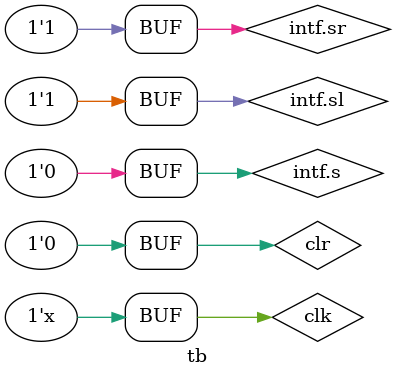
<source format=sv>
`include "interface.sv"
`include "test.sv"
`include "design.sv"

module tb;
  bit clk, clr;
  
  int1 intf (.clk(clk), .clr(clr));
  test t1 (intf);
  d dut (.q(intf.q),
                           .d(intf.d),
                           .clk(intf.clk),
                           .clr(intf.clr),
                           .s(intf.s),
                           .sl(intf.sl),
                           .sr(intf.sr));
  
  always #10 clk = ~clk;
  
  initial
    begin
      clk = 0;
      $dumpvars(0, tb);
      $dumpfile ("dump.vcd");
    end
  
  initial
    begin
      clr = 1;
      intf.sl = 0;
      intf.sr = 0;
      #10 clr = 0;
       
      #10 intf.s = 2'b11;
      intf.sr = 1'b1;
      #20 intf.s = 2'b01;
      
      //intf.sr = 1'b0;
      
      #80 intf.s = 2'b11;
      intf.sl = 1'b1;
      #20 intf.s = 2'b10; 
      
      #80 intf.s = 2'b11;
      #20 intf.s = 2'b00;
      //#10 clr = 1;
    end
  
endmodule

</source>
